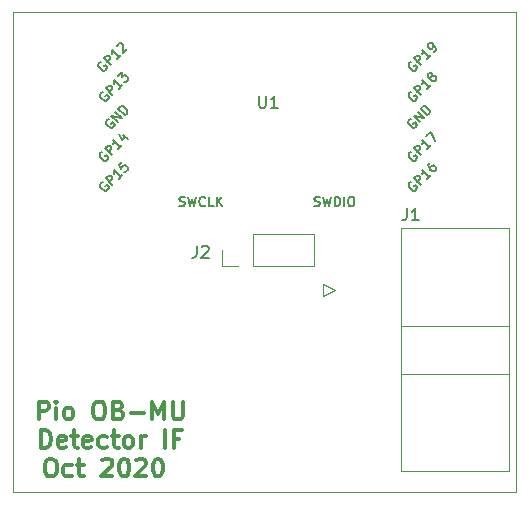
<source format=gbr>
%TF.GenerationSoftware,KiCad,Pcbnew,(6.0.8)*%
%TF.CreationDate,2022-10-05T13:18:44+02:00*%
%TF.ProjectId,Pico_Interface,5069636f-5f49-46e7-9465-72666163652e,rev?*%
%TF.SameCoordinates,Original*%
%TF.FileFunction,Legend,Top*%
%TF.FilePolarity,Positive*%
%FSLAX46Y46*%
G04 Gerber Fmt 4.6, Leading zero omitted, Abs format (unit mm)*
G04 Created by KiCad (PCBNEW (6.0.8)) date 2022-10-05 13:18:44*
%MOMM*%
%LPD*%
G01*
G04 APERTURE LIST*
%ADD10C,0.300000*%
%TA.AperFunction,Profile*%
%ADD11C,0.100000*%
%TD*%
%ADD12C,0.150000*%
%ADD13C,0.120000*%
G04 APERTURE END LIST*
D10*
X87237857Y-141138571D02*
X87237857Y-139638571D01*
X87809285Y-139638571D01*
X87952142Y-139710000D01*
X88023571Y-139781428D01*
X88095000Y-139924285D01*
X88095000Y-140138571D01*
X88023571Y-140281428D01*
X87952142Y-140352857D01*
X87809285Y-140424285D01*
X87237857Y-140424285D01*
X88737857Y-141138571D02*
X88737857Y-140138571D01*
X88737857Y-139638571D02*
X88666428Y-139710000D01*
X88737857Y-139781428D01*
X88809285Y-139710000D01*
X88737857Y-139638571D01*
X88737857Y-139781428D01*
X89666428Y-141138571D02*
X89523571Y-141067142D01*
X89452142Y-140995714D01*
X89380714Y-140852857D01*
X89380714Y-140424285D01*
X89452142Y-140281428D01*
X89523571Y-140210000D01*
X89666428Y-140138571D01*
X89880714Y-140138571D01*
X90023571Y-140210000D01*
X90095000Y-140281428D01*
X90166428Y-140424285D01*
X90166428Y-140852857D01*
X90095000Y-140995714D01*
X90023571Y-141067142D01*
X89880714Y-141138571D01*
X89666428Y-141138571D01*
X92237857Y-139638571D02*
X92523571Y-139638571D01*
X92666428Y-139710000D01*
X92809285Y-139852857D01*
X92880714Y-140138571D01*
X92880714Y-140638571D01*
X92809285Y-140924285D01*
X92666428Y-141067142D01*
X92523571Y-141138571D01*
X92237857Y-141138571D01*
X92095000Y-141067142D01*
X91952142Y-140924285D01*
X91880714Y-140638571D01*
X91880714Y-140138571D01*
X91952142Y-139852857D01*
X92095000Y-139710000D01*
X92237857Y-139638571D01*
X94023571Y-140352857D02*
X94237857Y-140424285D01*
X94309285Y-140495714D01*
X94380714Y-140638571D01*
X94380714Y-140852857D01*
X94309285Y-140995714D01*
X94237857Y-141067142D01*
X94095000Y-141138571D01*
X93523571Y-141138571D01*
X93523571Y-139638571D01*
X94023571Y-139638571D01*
X94166428Y-139710000D01*
X94237857Y-139781428D01*
X94309285Y-139924285D01*
X94309285Y-140067142D01*
X94237857Y-140210000D01*
X94166428Y-140281428D01*
X94023571Y-140352857D01*
X93523571Y-140352857D01*
X95023571Y-140567142D02*
X96166428Y-140567142D01*
X96880714Y-141138571D02*
X96880714Y-139638571D01*
X97380714Y-140710000D01*
X97880714Y-139638571D01*
X97880714Y-141138571D01*
X98595000Y-139638571D02*
X98595000Y-140852857D01*
X98666428Y-140995714D01*
X98737857Y-141067142D01*
X98880714Y-141138571D01*
X99166428Y-141138571D01*
X99309285Y-141067142D01*
X99380714Y-140995714D01*
X99452142Y-140852857D01*
X99452142Y-139638571D01*
X87452142Y-143553571D02*
X87452142Y-142053571D01*
X87809285Y-142053571D01*
X88023571Y-142125000D01*
X88166428Y-142267857D01*
X88237857Y-142410714D01*
X88309285Y-142696428D01*
X88309285Y-142910714D01*
X88237857Y-143196428D01*
X88166428Y-143339285D01*
X88023571Y-143482142D01*
X87809285Y-143553571D01*
X87452142Y-143553571D01*
X89523571Y-143482142D02*
X89380714Y-143553571D01*
X89095000Y-143553571D01*
X88952142Y-143482142D01*
X88880714Y-143339285D01*
X88880714Y-142767857D01*
X88952142Y-142625000D01*
X89095000Y-142553571D01*
X89380714Y-142553571D01*
X89523571Y-142625000D01*
X89595000Y-142767857D01*
X89595000Y-142910714D01*
X88880714Y-143053571D01*
X90023571Y-142553571D02*
X90595000Y-142553571D01*
X90237857Y-142053571D02*
X90237857Y-143339285D01*
X90309285Y-143482142D01*
X90452142Y-143553571D01*
X90595000Y-143553571D01*
X91666428Y-143482142D02*
X91523571Y-143553571D01*
X91237857Y-143553571D01*
X91095000Y-143482142D01*
X91023571Y-143339285D01*
X91023571Y-142767857D01*
X91095000Y-142625000D01*
X91237857Y-142553571D01*
X91523571Y-142553571D01*
X91666428Y-142625000D01*
X91737857Y-142767857D01*
X91737857Y-142910714D01*
X91023571Y-143053571D01*
X93023571Y-143482142D02*
X92880714Y-143553571D01*
X92595000Y-143553571D01*
X92452142Y-143482142D01*
X92380714Y-143410714D01*
X92309285Y-143267857D01*
X92309285Y-142839285D01*
X92380714Y-142696428D01*
X92452142Y-142625000D01*
X92595000Y-142553571D01*
X92880714Y-142553571D01*
X93023571Y-142625000D01*
X93452142Y-142553571D02*
X94023571Y-142553571D01*
X93666428Y-142053571D02*
X93666428Y-143339285D01*
X93737857Y-143482142D01*
X93880714Y-143553571D01*
X94023571Y-143553571D01*
X94737857Y-143553571D02*
X94595000Y-143482142D01*
X94523571Y-143410714D01*
X94452142Y-143267857D01*
X94452142Y-142839285D01*
X94523571Y-142696428D01*
X94595000Y-142625000D01*
X94737857Y-142553571D01*
X94952142Y-142553571D01*
X95095000Y-142625000D01*
X95166428Y-142696428D01*
X95237857Y-142839285D01*
X95237857Y-143267857D01*
X95166428Y-143410714D01*
X95095000Y-143482142D01*
X94952142Y-143553571D01*
X94737857Y-143553571D01*
X95880714Y-143553571D02*
X95880714Y-142553571D01*
X95880714Y-142839285D02*
X95952142Y-142696428D01*
X96023571Y-142625000D01*
X96166428Y-142553571D01*
X96309285Y-142553571D01*
X97952142Y-143553571D02*
X97952142Y-142053571D01*
X99166428Y-142767857D02*
X98666428Y-142767857D01*
X98666428Y-143553571D02*
X98666428Y-142053571D01*
X99380714Y-142053571D01*
X88130714Y-144468571D02*
X88416428Y-144468571D01*
X88559285Y-144540000D01*
X88702142Y-144682857D01*
X88773571Y-144968571D01*
X88773571Y-145468571D01*
X88702142Y-145754285D01*
X88559285Y-145897142D01*
X88416428Y-145968571D01*
X88130714Y-145968571D01*
X87987857Y-145897142D01*
X87845000Y-145754285D01*
X87773571Y-145468571D01*
X87773571Y-144968571D01*
X87845000Y-144682857D01*
X87987857Y-144540000D01*
X88130714Y-144468571D01*
X90059285Y-145897142D02*
X89916428Y-145968571D01*
X89630714Y-145968571D01*
X89487857Y-145897142D01*
X89416428Y-145825714D01*
X89345000Y-145682857D01*
X89345000Y-145254285D01*
X89416428Y-145111428D01*
X89487857Y-145040000D01*
X89630714Y-144968571D01*
X89916428Y-144968571D01*
X90059285Y-145040000D01*
X90487857Y-144968571D02*
X91059285Y-144968571D01*
X90702142Y-144468571D02*
X90702142Y-145754285D01*
X90773571Y-145897142D01*
X90916428Y-145968571D01*
X91059285Y-145968571D01*
X92630714Y-144611428D02*
X92702142Y-144540000D01*
X92845000Y-144468571D01*
X93202142Y-144468571D01*
X93345000Y-144540000D01*
X93416428Y-144611428D01*
X93487857Y-144754285D01*
X93487857Y-144897142D01*
X93416428Y-145111428D01*
X92559285Y-145968571D01*
X93487857Y-145968571D01*
X94416428Y-144468571D02*
X94559285Y-144468571D01*
X94702142Y-144540000D01*
X94773571Y-144611428D01*
X94845000Y-144754285D01*
X94916428Y-145040000D01*
X94916428Y-145397142D01*
X94845000Y-145682857D01*
X94773571Y-145825714D01*
X94702142Y-145897142D01*
X94559285Y-145968571D01*
X94416428Y-145968571D01*
X94273571Y-145897142D01*
X94202142Y-145825714D01*
X94130714Y-145682857D01*
X94059285Y-145397142D01*
X94059285Y-145040000D01*
X94130714Y-144754285D01*
X94202142Y-144611428D01*
X94273571Y-144540000D01*
X94416428Y-144468571D01*
X95487857Y-144611428D02*
X95559285Y-144540000D01*
X95702142Y-144468571D01*
X96059285Y-144468571D01*
X96202142Y-144540000D01*
X96273571Y-144611428D01*
X96345000Y-144754285D01*
X96345000Y-144897142D01*
X96273571Y-145111428D01*
X95416428Y-145968571D01*
X96345000Y-145968571D01*
X97273571Y-144468571D02*
X97416428Y-144468571D01*
X97559285Y-144540000D01*
X97630714Y-144611428D01*
X97702142Y-144754285D01*
X97773571Y-145040000D01*
X97773571Y-145397142D01*
X97702142Y-145682857D01*
X97630714Y-145825714D01*
X97559285Y-145897142D01*
X97416428Y-145968571D01*
X97273571Y-145968571D01*
X97130714Y-145897142D01*
X97059285Y-145825714D01*
X96987857Y-145682857D01*
X96916428Y-145397142D01*
X96916428Y-145040000D01*
X96987857Y-144754285D01*
X97059285Y-144611428D01*
X97130714Y-144540000D01*
X97273571Y-144468571D01*
D11*
X85090000Y-106680000D02*
X127635000Y-106680000D01*
X127635000Y-106680000D02*
X127635000Y-147320000D01*
X127635000Y-147320000D02*
X85090000Y-147320000D01*
X85090000Y-147320000D02*
X85090000Y-106680000D01*
D12*
%TO.C,U1*%
X105918095Y-113752380D02*
X105918095Y-114561904D01*
X105965714Y-114657142D01*
X106013333Y-114704761D01*
X106108571Y-114752380D01*
X106299047Y-114752380D01*
X106394285Y-114704761D01*
X106441904Y-114657142D01*
X106489523Y-114561904D01*
X106489523Y-113752380D01*
X107489523Y-114752380D02*
X106918095Y-114752380D01*
X107203809Y-114752380D02*
X107203809Y-113752380D01*
X107108571Y-113895238D01*
X107013333Y-113990476D01*
X106918095Y-114038095D01*
X118766158Y-115718155D02*
X118685346Y-115745093D01*
X118604534Y-115825905D01*
X118550659Y-115933654D01*
X118550659Y-116041404D01*
X118577597Y-116122216D01*
X118658409Y-116256903D01*
X118739221Y-116337715D01*
X118873908Y-116418528D01*
X118954720Y-116445465D01*
X119062470Y-116445465D01*
X119170219Y-116391590D01*
X119224094Y-116337715D01*
X119277969Y-116229966D01*
X119277969Y-116176091D01*
X119089407Y-115987529D01*
X118981658Y-116095279D01*
X119574280Y-115987529D02*
X119008595Y-115421844D01*
X119897529Y-115664280D01*
X119331844Y-115098595D01*
X120166903Y-115394906D02*
X119601218Y-114829221D01*
X119735905Y-114694534D01*
X119843654Y-114640659D01*
X119951404Y-114640659D01*
X120032216Y-114667597D01*
X120166903Y-114748409D01*
X120247715Y-114829221D01*
X120328528Y-114963908D01*
X120355465Y-115044720D01*
X120355465Y-115152470D01*
X120301590Y-115260219D01*
X120166903Y-115394906D01*
X92669722Y-113420592D02*
X92588910Y-113447529D01*
X92508097Y-113528341D01*
X92454223Y-113636091D01*
X92454223Y-113743841D01*
X92481160Y-113824653D01*
X92561972Y-113959340D01*
X92642784Y-114040152D01*
X92777471Y-114120964D01*
X92858284Y-114147902D01*
X92966033Y-114147902D01*
X93073783Y-114094027D01*
X93127658Y-114040152D01*
X93181532Y-113932402D01*
X93181532Y-113878528D01*
X92992971Y-113689966D01*
X92885221Y-113797715D01*
X93477844Y-113689966D02*
X92912158Y-113124280D01*
X93127658Y-112908781D01*
X93208470Y-112881844D01*
X93262345Y-112881844D01*
X93343157Y-112908781D01*
X93423969Y-112989593D01*
X93450906Y-113070406D01*
X93450906Y-113124280D01*
X93423969Y-113205093D01*
X93208470Y-113420592D01*
X94339841Y-112827969D02*
X94016592Y-113151218D01*
X94178216Y-112989593D02*
X93612531Y-112423908D01*
X93639468Y-112558595D01*
X93639468Y-112666345D01*
X93612531Y-112747157D01*
X93962717Y-112073722D02*
X94312903Y-111723536D01*
X94339841Y-112127597D01*
X94420653Y-112046784D01*
X94501465Y-112019847D01*
X94555340Y-112019847D01*
X94636152Y-112046784D01*
X94770839Y-112181471D01*
X94797776Y-112262284D01*
X94797776Y-112316158D01*
X94770839Y-112396971D01*
X94609215Y-112558595D01*
X94528402Y-112585532D01*
X94474528Y-112585532D01*
X92669722Y-121040592D02*
X92588910Y-121067529D01*
X92508097Y-121148341D01*
X92454223Y-121256091D01*
X92454223Y-121363841D01*
X92481160Y-121444653D01*
X92561972Y-121579340D01*
X92642784Y-121660152D01*
X92777471Y-121740964D01*
X92858284Y-121767902D01*
X92966033Y-121767902D01*
X93073783Y-121714027D01*
X93127658Y-121660152D01*
X93181532Y-121552402D01*
X93181532Y-121498528D01*
X92992971Y-121309966D01*
X92885221Y-121417715D01*
X93477844Y-121309966D02*
X92912158Y-120744280D01*
X93127658Y-120528781D01*
X93208470Y-120501844D01*
X93262345Y-120501844D01*
X93343157Y-120528781D01*
X93423969Y-120609593D01*
X93450906Y-120690406D01*
X93450906Y-120744280D01*
X93423969Y-120825093D01*
X93208470Y-121040592D01*
X94339841Y-120447969D02*
X94016592Y-120771218D01*
X94178216Y-120609593D02*
X93612531Y-120043908D01*
X93639468Y-120178595D01*
X93639468Y-120286345D01*
X93612531Y-120367157D01*
X94285966Y-119370473D02*
X94016592Y-119639847D01*
X94259028Y-119936158D01*
X94259028Y-119882284D01*
X94285966Y-119801471D01*
X94420653Y-119666784D01*
X94501465Y-119639847D01*
X94555340Y-119639847D01*
X94636152Y-119666784D01*
X94770839Y-119801471D01*
X94797776Y-119882284D01*
X94797776Y-119936158D01*
X94770839Y-120016971D01*
X94636152Y-120151658D01*
X94555340Y-120178595D01*
X94501465Y-120178595D01*
X118777722Y-118500592D02*
X118696910Y-118527529D01*
X118616097Y-118608341D01*
X118562223Y-118716091D01*
X118562223Y-118823841D01*
X118589160Y-118904653D01*
X118669972Y-119039340D01*
X118750784Y-119120152D01*
X118885471Y-119200964D01*
X118966284Y-119227902D01*
X119074033Y-119227902D01*
X119181783Y-119174027D01*
X119235658Y-119120152D01*
X119289532Y-119012402D01*
X119289532Y-118958528D01*
X119100971Y-118769966D01*
X118993221Y-118877715D01*
X119585844Y-118769966D02*
X119020158Y-118204280D01*
X119235658Y-117988781D01*
X119316470Y-117961844D01*
X119370345Y-117961844D01*
X119451157Y-117988781D01*
X119531969Y-118069593D01*
X119558906Y-118150406D01*
X119558906Y-118204280D01*
X119531969Y-118285093D01*
X119316470Y-118500592D01*
X120447841Y-117907969D02*
X120124592Y-118231218D01*
X120286216Y-118069593D02*
X119720531Y-117503908D01*
X119747468Y-117638595D01*
X119747468Y-117746345D01*
X119720531Y-117827157D01*
X120070717Y-117153722D02*
X120447841Y-116776598D01*
X120771089Y-117584720D01*
X99170476Y-123043809D02*
X99284761Y-123081904D01*
X99475238Y-123081904D01*
X99551428Y-123043809D01*
X99589523Y-123005714D01*
X99627619Y-122929523D01*
X99627619Y-122853333D01*
X99589523Y-122777142D01*
X99551428Y-122739047D01*
X99475238Y-122700952D01*
X99322857Y-122662857D01*
X99246666Y-122624761D01*
X99208571Y-122586666D01*
X99170476Y-122510476D01*
X99170476Y-122434285D01*
X99208571Y-122358095D01*
X99246666Y-122320000D01*
X99322857Y-122281904D01*
X99513333Y-122281904D01*
X99627619Y-122320000D01*
X99894285Y-122281904D02*
X100084761Y-123081904D01*
X100237142Y-122510476D01*
X100389523Y-123081904D01*
X100580000Y-122281904D01*
X101341904Y-123005714D02*
X101303809Y-123043809D01*
X101189523Y-123081904D01*
X101113333Y-123081904D01*
X100999047Y-123043809D01*
X100922857Y-122967619D01*
X100884761Y-122891428D01*
X100846666Y-122739047D01*
X100846666Y-122624761D01*
X100884761Y-122472380D01*
X100922857Y-122396190D01*
X100999047Y-122320000D01*
X101113333Y-122281904D01*
X101189523Y-122281904D01*
X101303809Y-122320000D01*
X101341904Y-122358095D01*
X102065714Y-123081904D02*
X101684761Y-123081904D01*
X101684761Y-122281904D01*
X102332380Y-123081904D02*
X102332380Y-122281904D01*
X102789523Y-123081904D02*
X102446666Y-122624761D01*
X102789523Y-122281904D02*
X102332380Y-122739047D01*
X118777722Y-121040592D02*
X118696910Y-121067529D01*
X118616097Y-121148341D01*
X118562223Y-121256091D01*
X118562223Y-121363841D01*
X118589160Y-121444653D01*
X118669972Y-121579340D01*
X118750784Y-121660152D01*
X118885471Y-121740964D01*
X118966284Y-121767902D01*
X119074033Y-121767902D01*
X119181783Y-121714027D01*
X119235658Y-121660152D01*
X119289532Y-121552402D01*
X119289532Y-121498528D01*
X119100971Y-121309966D01*
X118993221Y-121417715D01*
X119585844Y-121309966D02*
X119020158Y-120744280D01*
X119235658Y-120528781D01*
X119316470Y-120501844D01*
X119370345Y-120501844D01*
X119451157Y-120528781D01*
X119531969Y-120609593D01*
X119558906Y-120690406D01*
X119558906Y-120744280D01*
X119531969Y-120825093D01*
X119316470Y-121040592D01*
X120447841Y-120447969D02*
X120124592Y-120771218D01*
X120286216Y-120609593D02*
X119720531Y-120043908D01*
X119747468Y-120178595D01*
X119747468Y-120286345D01*
X119720531Y-120367157D01*
X120367028Y-119397410D02*
X120259279Y-119505160D01*
X120232341Y-119585972D01*
X120232341Y-119639847D01*
X120259279Y-119774534D01*
X120340091Y-119909221D01*
X120555590Y-120124720D01*
X120636402Y-120151658D01*
X120690277Y-120151658D01*
X120771089Y-120124720D01*
X120878839Y-120016971D01*
X120905776Y-119936158D01*
X120905776Y-119882284D01*
X120878839Y-119801471D01*
X120744152Y-119666784D01*
X120663340Y-119639847D01*
X120609465Y-119639847D01*
X120528653Y-119666784D01*
X120420903Y-119774534D01*
X120393966Y-119855346D01*
X120393966Y-119909221D01*
X120420903Y-119990033D01*
X110584761Y-123043809D02*
X110699047Y-123081904D01*
X110889523Y-123081904D01*
X110965714Y-123043809D01*
X111003809Y-123005714D01*
X111041904Y-122929523D01*
X111041904Y-122853333D01*
X111003809Y-122777142D01*
X110965714Y-122739047D01*
X110889523Y-122700952D01*
X110737142Y-122662857D01*
X110660952Y-122624761D01*
X110622857Y-122586666D01*
X110584761Y-122510476D01*
X110584761Y-122434285D01*
X110622857Y-122358095D01*
X110660952Y-122320000D01*
X110737142Y-122281904D01*
X110927619Y-122281904D01*
X111041904Y-122320000D01*
X111308571Y-122281904D02*
X111499047Y-123081904D01*
X111651428Y-122510476D01*
X111803809Y-123081904D01*
X111994285Y-122281904D01*
X112299047Y-123081904D02*
X112299047Y-122281904D01*
X112489523Y-122281904D01*
X112603809Y-122320000D01*
X112680000Y-122396190D01*
X112718095Y-122472380D01*
X112756190Y-122624761D01*
X112756190Y-122739047D01*
X112718095Y-122891428D01*
X112680000Y-122967619D01*
X112603809Y-123043809D01*
X112489523Y-123081904D01*
X112299047Y-123081904D01*
X113099047Y-123081904D02*
X113099047Y-122281904D01*
X113632380Y-122281904D02*
X113784761Y-122281904D01*
X113860952Y-122320000D01*
X113937142Y-122396190D01*
X113975238Y-122548571D01*
X113975238Y-122815238D01*
X113937142Y-122967619D01*
X113860952Y-123043809D01*
X113784761Y-123081904D01*
X113632380Y-123081904D01*
X113556190Y-123043809D01*
X113480000Y-122967619D01*
X113441904Y-122815238D01*
X113441904Y-122548571D01*
X113480000Y-122396190D01*
X113556190Y-122320000D01*
X113632380Y-122281904D01*
X93166158Y-115718155D02*
X93085346Y-115745093D01*
X93004534Y-115825905D01*
X92950659Y-115933654D01*
X92950659Y-116041404D01*
X92977597Y-116122216D01*
X93058409Y-116256903D01*
X93139221Y-116337715D01*
X93273908Y-116418528D01*
X93354720Y-116445465D01*
X93462470Y-116445465D01*
X93570219Y-116391590D01*
X93624094Y-116337715D01*
X93677969Y-116229966D01*
X93677969Y-116176091D01*
X93489407Y-115987529D01*
X93381658Y-116095279D01*
X93974280Y-115987529D02*
X93408595Y-115421844D01*
X94297529Y-115664280D01*
X93731844Y-115098595D01*
X94566903Y-115394906D02*
X94001218Y-114829221D01*
X94135905Y-114694534D01*
X94243654Y-114640659D01*
X94351404Y-114640659D01*
X94432216Y-114667597D01*
X94566903Y-114748409D01*
X94647715Y-114829221D01*
X94728528Y-114963908D01*
X94755465Y-115044720D01*
X94755465Y-115152470D01*
X94701590Y-115260219D01*
X94566903Y-115394906D01*
X118777722Y-110880592D02*
X118696910Y-110907529D01*
X118616097Y-110988341D01*
X118562223Y-111096091D01*
X118562223Y-111203841D01*
X118589160Y-111284653D01*
X118669972Y-111419340D01*
X118750784Y-111500152D01*
X118885471Y-111580964D01*
X118966284Y-111607902D01*
X119074033Y-111607902D01*
X119181783Y-111554027D01*
X119235658Y-111500152D01*
X119289532Y-111392402D01*
X119289532Y-111338528D01*
X119100971Y-111149966D01*
X118993221Y-111257715D01*
X119585844Y-111149966D02*
X119020158Y-110584280D01*
X119235658Y-110368781D01*
X119316470Y-110341844D01*
X119370345Y-110341844D01*
X119451157Y-110368781D01*
X119531969Y-110449593D01*
X119558906Y-110530406D01*
X119558906Y-110584280D01*
X119531969Y-110665093D01*
X119316470Y-110880592D01*
X120447841Y-110287969D02*
X120124592Y-110611218D01*
X120286216Y-110449593D02*
X119720531Y-109883908D01*
X119747468Y-110018595D01*
X119747468Y-110126345D01*
X119720531Y-110207157D01*
X120717215Y-110018595D02*
X120824964Y-109910845D01*
X120851902Y-109830033D01*
X120851902Y-109776158D01*
X120824964Y-109641471D01*
X120744152Y-109506784D01*
X120528653Y-109291285D01*
X120447841Y-109264348D01*
X120393966Y-109264348D01*
X120313154Y-109291285D01*
X120205404Y-109399035D01*
X120178467Y-109479847D01*
X120178467Y-109533722D01*
X120205404Y-109614534D01*
X120340091Y-109749221D01*
X120420903Y-109776158D01*
X120474778Y-109776158D01*
X120555590Y-109749221D01*
X120663340Y-109641471D01*
X120690277Y-109560659D01*
X120690277Y-109506784D01*
X120663340Y-109425972D01*
X118777722Y-113420592D02*
X118696910Y-113447529D01*
X118616097Y-113528341D01*
X118562223Y-113636091D01*
X118562223Y-113743841D01*
X118589160Y-113824653D01*
X118669972Y-113959340D01*
X118750784Y-114040152D01*
X118885471Y-114120964D01*
X118966284Y-114147902D01*
X119074033Y-114147902D01*
X119181783Y-114094027D01*
X119235658Y-114040152D01*
X119289532Y-113932402D01*
X119289532Y-113878528D01*
X119100971Y-113689966D01*
X118993221Y-113797715D01*
X119585844Y-113689966D02*
X119020158Y-113124280D01*
X119235658Y-112908781D01*
X119316470Y-112881844D01*
X119370345Y-112881844D01*
X119451157Y-112908781D01*
X119531969Y-112989593D01*
X119558906Y-113070406D01*
X119558906Y-113124280D01*
X119531969Y-113205093D01*
X119316470Y-113420592D01*
X120447841Y-112827969D02*
X120124592Y-113151218D01*
X120286216Y-112989593D02*
X119720531Y-112423908D01*
X119747468Y-112558595D01*
X119747468Y-112666345D01*
X119720531Y-112747157D01*
X120447841Y-112181471D02*
X120367028Y-112208409D01*
X120313154Y-112208409D01*
X120232341Y-112181471D01*
X120205404Y-112154534D01*
X120178467Y-112073722D01*
X120178467Y-112019847D01*
X120205404Y-111939035D01*
X120313154Y-111831285D01*
X120393966Y-111804348D01*
X120447841Y-111804348D01*
X120528653Y-111831285D01*
X120555590Y-111858223D01*
X120582528Y-111939035D01*
X120582528Y-111992910D01*
X120555590Y-112073722D01*
X120447841Y-112181471D01*
X120420903Y-112262284D01*
X120420903Y-112316158D01*
X120447841Y-112396971D01*
X120555590Y-112504720D01*
X120636402Y-112531658D01*
X120690277Y-112531658D01*
X120771089Y-112504720D01*
X120878839Y-112396971D01*
X120905776Y-112316158D01*
X120905776Y-112262284D01*
X120878839Y-112181471D01*
X120771089Y-112073722D01*
X120690277Y-112046784D01*
X120636402Y-112046784D01*
X120555590Y-112073722D01*
X92623722Y-118500592D02*
X92542910Y-118527529D01*
X92462097Y-118608341D01*
X92408223Y-118716091D01*
X92408223Y-118823841D01*
X92435160Y-118904653D01*
X92515972Y-119039340D01*
X92596784Y-119120152D01*
X92731471Y-119200964D01*
X92812284Y-119227902D01*
X92920033Y-119227902D01*
X93027783Y-119174027D01*
X93081658Y-119120152D01*
X93135532Y-119012402D01*
X93135532Y-118958528D01*
X92946971Y-118769966D01*
X92839221Y-118877715D01*
X93431844Y-118769966D02*
X92866158Y-118204280D01*
X93081658Y-117988781D01*
X93162470Y-117961844D01*
X93216345Y-117961844D01*
X93297157Y-117988781D01*
X93377969Y-118069593D01*
X93404906Y-118150406D01*
X93404906Y-118204280D01*
X93377969Y-118285093D01*
X93162470Y-118500592D01*
X94293841Y-117907969D02*
X93970592Y-118231218D01*
X94132216Y-118069593D02*
X93566531Y-117503908D01*
X93593468Y-117638595D01*
X93593468Y-117746345D01*
X93566531Y-117827157D01*
X94401590Y-117045972D02*
X94778714Y-117423096D01*
X94051404Y-116965160D02*
X94320778Y-117503908D01*
X94670964Y-117153722D01*
X92523722Y-110880592D02*
X92442910Y-110907529D01*
X92362097Y-110988341D01*
X92308223Y-111096091D01*
X92308223Y-111203841D01*
X92335160Y-111284653D01*
X92415972Y-111419340D01*
X92496784Y-111500152D01*
X92631471Y-111580964D01*
X92712284Y-111607902D01*
X92820033Y-111607902D01*
X92927783Y-111554027D01*
X92981658Y-111500152D01*
X93035532Y-111392402D01*
X93035532Y-111338528D01*
X92846971Y-111149966D01*
X92739221Y-111257715D01*
X93331844Y-111149966D02*
X92766158Y-110584280D01*
X92981658Y-110368781D01*
X93062470Y-110341844D01*
X93116345Y-110341844D01*
X93197157Y-110368781D01*
X93277969Y-110449593D01*
X93304906Y-110530406D01*
X93304906Y-110584280D01*
X93277969Y-110665093D01*
X93062470Y-110880592D01*
X94193841Y-110287969D02*
X93870592Y-110611218D01*
X94032216Y-110449593D02*
X93466531Y-109883908D01*
X93493468Y-110018595D01*
X93493468Y-110126345D01*
X93466531Y-110207157D01*
X93897529Y-109560659D02*
X93897529Y-109506784D01*
X93924467Y-109425972D01*
X94059154Y-109291285D01*
X94139966Y-109264348D01*
X94193841Y-109264348D01*
X94274653Y-109291285D01*
X94328528Y-109345160D01*
X94382402Y-109452910D01*
X94382402Y-110099407D01*
X94732589Y-109749221D01*
%TO.C,J2*%
X100631666Y-126452380D02*
X100631666Y-127166666D01*
X100584047Y-127309523D01*
X100488809Y-127404761D01*
X100345952Y-127452380D01*
X100250714Y-127452380D01*
X101060238Y-126547619D02*
X101107857Y-126500000D01*
X101203095Y-126452380D01*
X101441190Y-126452380D01*
X101536428Y-126500000D01*
X101584047Y-126547619D01*
X101631666Y-126642857D01*
X101631666Y-126738095D01*
X101584047Y-126880952D01*
X101012619Y-127452380D01*
X101631666Y-127452380D01*
%TO.C,J1*%
X118411666Y-123277380D02*
X118411666Y-123991666D01*
X118364047Y-124134523D01*
X118268809Y-124229761D01*
X118125952Y-124277380D01*
X118030714Y-124277380D01*
X119411666Y-124277380D02*
X118840238Y-124277380D01*
X119125952Y-124277380D02*
X119125952Y-123277380D01*
X119030714Y-123420238D01*
X118935476Y-123515476D01*
X118840238Y-123563095D01*
D13*
%TO.C,J2*%
X105410000Y-128126800D02*
X110550000Y-128126800D01*
X105410000Y-125466800D02*
X110550000Y-125466800D01*
X102810000Y-128126800D02*
X102810000Y-126796800D01*
X104140000Y-128126800D02*
X102810000Y-128126800D01*
X110550000Y-128126800D02*
X110550000Y-125466800D01*
X105410000Y-128126800D02*
X105410000Y-125466800D01*
%TO.C,J1*%
X111332500Y-130675000D02*
X112332500Y-130175000D01*
X117952500Y-145545000D02*
X117952500Y-124965000D01*
X117952500Y-124965000D02*
X127072500Y-124965000D01*
X117952500Y-137305000D02*
X127072500Y-137305000D01*
X127072500Y-124965000D02*
X127072500Y-145545000D01*
X117952500Y-133205000D02*
X127072500Y-133205000D01*
X127072500Y-145545000D02*
X117952500Y-145545000D01*
X112332500Y-130175000D02*
X111332500Y-129675000D01*
X111332500Y-129675000D02*
X111332500Y-130675000D01*
%TD*%
M02*

</source>
